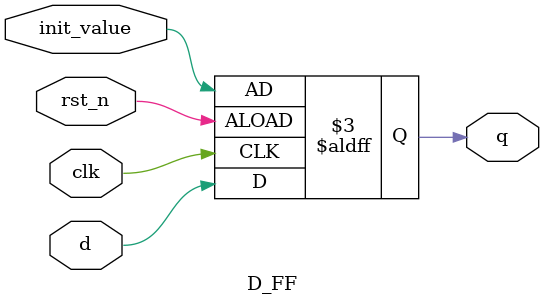
<source format=v>
module D_FF (q, d, rst_n, clk,init_value);  
 output q;  //fpga4student.com: FPga projects, Verilog projects, VHDL projects
 input d, rst_n, clk,init_value;  
 reg q; // Indicate that q is stateholding  
 always @(posedge clk or negedge rst_n)  
 if (~rst_n)  
 q <= init_value;     // On reset, set to 0  
 else  
 q <= d; // Otherwise out = d   

 endmodule

</source>
